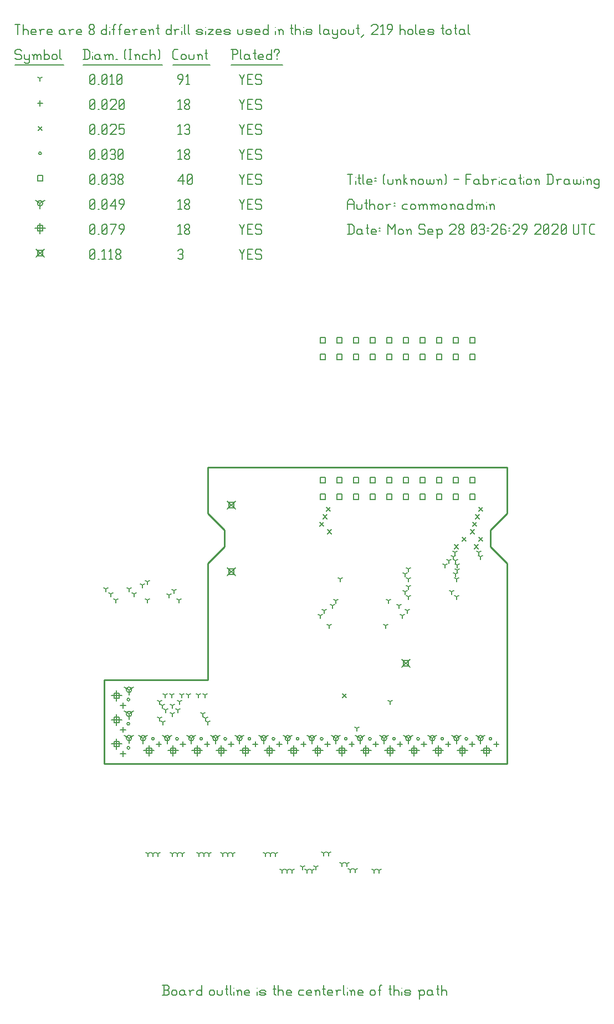
<source format=gbr>
G04 start of page 14 for group -3984 idx -3984 *
G04 Title: (unknown), fab *
G04 Creator: pcb 4.2.0 *
G04 CreationDate: Mon Sep 28 03:26:29 2020 UTC *
G04 For: commonadmin *
G04 Format: Gerber/RS-274X *
G04 PCB-Dimensions (mil): 3500.00 4250.00 *
G04 PCB-Coordinate-Origin: lower left *
%MOIN*%
%FSLAX25Y25*%
%LNFAB*%
%ADD133C,0.0100*%
%ADD132C,0.0075*%
%ADD131C,0.0060*%
%ADD130C,0.0080*%
G54D130*X232600Y192400D02*X237400Y187600D01*
X232600D02*X237400Y192400D01*
X233400Y191600D02*X236600D01*
X233400D02*Y188400D01*
X236600D01*
Y191600D02*Y188400D01*
X127600Y287400D02*X132400Y282600D01*
X127600D02*X132400Y287400D01*
X128400Y286600D02*X131600D01*
X128400D02*Y283400D01*
X131600D01*
Y286600D02*Y283400D01*
X127600Y247400D02*X132400Y242600D01*
X127600D02*X132400Y247400D01*
X128400Y246600D02*X131600D01*
X128400D02*Y243400D01*
X131600D01*
Y246600D02*Y243400D01*
X12600Y438650D02*X17400Y433850D01*
X12600D02*X17400Y438650D01*
X13400Y437850D02*X16600D01*
X13400D02*Y434650D01*
X16600D01*
Y437850D02*Y434650D01*
G54D131*X135000Y438500D02*X136500Y435500D01*
X138000Y438500D01*
X136500Y435500D02*Y432500D01*
X139800Y435800D02*X142050D01*
X139800Y432500D02*X142800D01*
X139800Y438500D02*Y432500D01*
Y438500D02*X142800D01*
X147600D02*X148350Y437750D01*
X145350Y438500D02*X147600D01*
X144600Y437750D02*X145350Y438500D01*
X144600Y437750D02*Y436250D01*
X145350Y435500D01*
X147600D01*
X148350Y434750D01*
Y433250D01*
X147600Y432500D02*X148350Y433250D01*
X145350Y432500D02*X147600D01*
X144600Y433250D02*X145350Y432500D01*
X98000Y437750D02*X98750Y438500D01*
X100250D01*
X101000Y437750D01*
X100250Y432500D02*X101000Y433250D01*
X98750Y432500D02*X100250D01*
X98000Y433250D02*X98750Y432500D01*
Y435800D02*X100250D01*
X101000Y437750D02*Y436550D01*
Y435050D02*Y433250D01*
Y435050D02*X100250Y435800D01*
X101000Y436550D02*X100250Y435800D01*
X45000Y433250D02*X45750Y432500D01*
X45000Y437750D02*Y433250D01*
Y437750D02*X45750Y438500D01*
X47250D01*
X48000Y437750D01*
Y433250D01*
X47250Y432500D02*X48000Y433250D01*
X45750Y432500D02*X47250D01*
X45000Y434000D02*X48000Y437000D01*
X49800Y432500D02*X50550D01*
X52350Y437300D02*X53550Y438500D01*
Y432500D01*
X52350D02*X54600D01*
X56400Y437300D02*X57600Y438500D01*
Y432500D01*
X56400D02*X58650D01*
X60450Y433250D02*X61200Y432500D01*
X60450Y434450D02*Y433250D01*
Y434450D02*X61500Y435500D01*
X62400D01*
X63450Y434450D01*
Y433250D01*
X62700Y432500D02*X63450Y433250D01*
X61200Y432500D02*X62700D01*
X60450Y436550D02*X61500Y435500D01*
X60450Y437750D02*Y436550D01*
Y437750D02*X61200Y438500D01*
X62700D01*
X63450Y437750D01*
Y436550D01*
X62400Y435500D02*X63450Y436550D01*
X225500Y140700D02*Y134300D01*
X222300Y137500D02*X228700D01*
X223900Y139100D02*X227100D01*
X223900D02*Y135900D01*
X227100D01*
Y139100D02*Y135900D01*
X240000Y140700D02*Y134300D01*
X236800Y137500D02*X243200D01*
X238400Y139100D02*X241600D01*
X238400D02*Y135900D01*
X241600D01*
Y139100D02*Y135900D01*
X80500Y140700D02*Y134300D01*
X77300Y137500D02*X83700D01*
X78900Y139100D02*X82100D01*
X78900D02*Y135900D01*
X82100D01*
Y139100D02*Y135900D01*
X95000Y140700D02*Y134300D01*
X91800Y137500D02*X98200D01*
X93400Y139100D02*X96600D01*
X93400D02*Y135900D01*
X96600D01*
Y139100D02*Y135900D01*
X109500Y140700D02*Y134300D01*
X106300Y137500D02*X112700D01*
X107900Y139100D02*X111100D01*
X107900D02*Y135900D01*
X111100D01*
Y139100D02*Y135900D01*
X124000Y140700D02*Y134300D01*
X120800Y137500D02*X127200D01*
X122400Y139100D02*X125600D01*
X122400D02*Y135900D01*
X125600D01*
Y139100D02*Y135900D01*
X138500Y140700D02*Y134300D01*
X135300Y137500D02*X141700D01*
X136900Y139100D02*X140100D01*
X136900D02*Y135900D01*
X140100D01*
Y139100D02*Y135900D01*
X153000Y140700D02*Y134300D01*
X149800Y137500D02*X156200D01*
X151400Y139100D02*X154600D01*
X151400D02*Y135900D01*
X154600D01*
Y139100D02*Y135900D01*
X167500Y140700D02*Y134300D01*
X164300Y137500D02*X170700D01*
X165900Y139100D02*X169100D01*
X165900D02*Y135900D01*
X169100D01*
Y139100D02*Y135900D01*
X182000Y140700D02*Y134300D01*
X178800Y137500D02*X185200D01*
X180400Y139100D02*X183600D01*
X180400D02*Y135900D01*
X183600D01*
Y139100D02*Y135900D01*
X196500Y140700D02*Y134300D01*
X193300Y137500D02*X199700D01*
X194900Y139100D02*X198100D01*
X194900D02*Y135900D01*
X198100D01*
Y139100D02*Y135900D01*
X211000Y140700D02*Y134300D01*
X207800Y137500D02*X214200D01*
X209400Y139100D02*X212600D01*
X209400D02*Y135900D01*
X212600D01*
Y139100D02*Y135900D01*
X254500Y140700D02*Y134300D01*
X251300Y137500D02*X257700D01*
X252900Y139100D02*X256100D01*
X252900D02*Y135900D01*
X256100D01*
Y139100D02*Y135900D01*
X269000Y140700D02*Y134300D01*
X265800Y137500D02*X272200D01*
X267400Y139100D02*X270600D01*
X267400D02*Y135900D01*
X270600D01*
Y139100D02*Y135900D01*
X283500Y140700D02*Y134300D01*
X280300Y137500D02*X286700D01*
X281900Y139100D02*X285100D01*
X281900D02*Y135900D01*
X285100D01*
Y139100D02*Y135900D01*
X61000Y144700D02*Y138300D01*
X57800Y141500D02*X64200D01*
X59400Y143100D02*X62600D01*
X59400D02*Y139900D01*
X62600D01*
Y143100D02*Y139900D01*
X61000Y173700D02*Y167300D01*
X57800Y170500D02*X64200D01*
X59400Y172100D02*X62600D01*
X59400D02*Y168900D01*
X62600D01*
Y172100D02*Y168900D01*
X61000Y159200D02*Y152800D01*
X57800Y156000D02*X64200D01*
X59400Y157600D02*X62600D01*
X59400D02*Y154400D01*
X62600D01*
Y157600D02*Y154400D01*
X15000Y454450D02*Y448050D01*
X11800Y451250D02*X18200D01*
X13400Y452850D02*X16600D01*
X13400D02*Y449650D01*
X16600D01*
Y452850D02*Y449650D01*
X135000Y453500D02*X136500Y450500D01*
X138000Y453500D01*
X136500Y450500D02*Y447500D01*
X139800Y450800D02*X142050D01*
X139800Y447500D02*X142800D01*
X139800Y453500D02*Y447500D01*
Y453500D02*X142800D01*
X147600D02*X148350Y452750D01*
X145350Y453500D02*X147600D01*
X144600Y452750D02*X145350Y453500D01*
X144600Y452750D02*Y451250D01*
X145350Y450500D01*
X147600D01*
X148350Y449750D01*
Y448250D01*
X147600Y447500D02*X148350Y448250D01*
X145350Y447500D02*X147600D01*
X144600Y448250D02*X145350Y447500D01*
X98000Y452300D02*X99200Y453500D01*
Y447500D01*
X98000D02*X100250D01*
X102050Y448250D02*X102800Y447500D01*
X102050Y449450D02*Y448250D01*
Y449450D02*X103100Y450500D01*
X104000D01*
X105050Y449450D01*
Y448250D01*
X104300Y447500D02*X105050Y448250D01*
X102800Y447500D02*X104300D01*
X102050Y451550D02*X103100Y450500D01*
X102050Y452750D02*Y451550D01*
Y452750D02*X102800Y453500D01*
X104300D01*
X105050Y452750D01*
Y451550D01*
X104000Y450500D02*X105050Y451550D01*
X45000Y448250D02*X45750Y447500D01*
X45000Y452750D02*Y448250D01*
Y452750D02*X45750Y453500D01*
X47250D01*
X48000Y452750D01*
Y448250D01*
X47250Y447500D02*X48000Y448250D01*
X45750Y447500D02*X47250D01*
X45000Y449000D02*X48000Y452000D01*
X49800Y447500D02*X50550D01*
X52350Y448250D02*X53100Y447500D01*
X52350Y452750D02*Y448250D01*
Y452750D02*X53100Y453500D01*
X54600D01*
X55350Y452750D01*
Y448250D01*
X54600Y447500D02*X55350Y448250D01*
X53100Y447500D02*X54600D01*
X52350Y449000D02*X55350Y452000D01*
X57900Y447500D02*X60900Y453500D01*
X57150D02*X60900D01*
X63450Y447500D02*X65700Y450500D01*
Y452750D02*Y450500D01*
X64950Y453500D02*X65700Y452750D01*
X63450Y453500D02*X64950D01*
X62700Y452750D02*X63450Y453500D01*
X62700Y452750D02*Y451250D01*
X63450Y450500D01*
X65700D01*
X221957Y144980D02*Y141780D01*
Y144980D02*X224730Y146580D01*
X221957Y144980D02*X219183Y146580D01*
X220357Y144980D02*G75*G03X223557Y144980I1600J0D01*G01*
G75*G03X220357Y144980I-1600J0D01*G01*
X236457D02*Y141780D01*
Y144980D02*X239230Y146580D01*
X236457Y144980D02*X233683Y146580D01*
X234857Y144980D02*G75*G03X238057Y144980I1600J0D01*G01*
G75*G03X234857Y144980I-1600J0D01*G01*
X76957D02*Y141780D01*
Y144980D02*X79730Y146580D01*
X76957Y144980D02*X74183Y146580D01*
X75357Y144980D02*G75*G03X78557Y144980I1600J0D01*G01*
G75*G03X75357Y144980I-1600J0D01*G01*
X91457D02*Y141780D01*
Y144980D02*X94230Y146580D01*
X91457Y144980D02*X88683Y146580D01*
X89857Y144980D02*G75*G03X93057Y144980I1600J0D01*G01*
G75*G03X89857Y144980I-1600J0D01*G01*
X105957D02*Y141780D01*
Y144980D02*X108730Y146580D01*
X105957Y144980D02*X103183Y146580D01*
X104357Y144980D02*G75*G03X107557Y144980I1600J0D01*G01*
G75*G03X104357Y144980I-1600J0D01*G01*
X120457D02*Y141780D01*
Y144980D02*X123230Y146580D01*
X120457Y144980D02*X117683Y146580D01*
X118857Y144980D02*G75*G03X122057Y144980I1600J0D01*G01*
G75*G03X118857Y144980I-1600J0D01*G01*
X134957D02*Y141780D01*
Y144980D02*X137730Y146580D01*
X134957Y144980D02*X132183Y146580D01*
X133357Y144980D02*G75*G03X136557Y144980I1600J0D01*G01*
G75*G03X133357Y144980I-1600J0D01*G01*
X149457D02*Y141780D01*
Y144980D02*X152230Y146580D01*
X149457Y144980D02*X146683Y146580D01*
X147857Y144980D02*G75*G03X151057Y144980I1600J0D01*G01*
G75*G03X147857Y144980I-1600J0D01*G01*
X163957D02*Y141780D01*
Y144980D02*X166730Y146580D01*
X163957Y144980D02*X161183Y146580D01*
X162357Y144980D02*G75*G03X165557Y144980I1600J0D01*G01*
G75*G03X162357Y144980I-1600J0D01*G01*
X178457D02*Y141780D01*
Y144980D02*X181230Y146580D01*
X178457Y144980D02*X175683Y146580D01*
X176857Y144980D02*G75*G03X180057Y144980I1600J0D01*G01*
G75*G03X176857Y144980I-1600J0D01*G01*
X192957D02*Y141780D01*
Y144980D02*X195730Y146580D01*
X192957Y144980D02*X190183Y146580D01*
X191357Y144980D02*G75*G03X194557Y144980I1600J0D01*G01*
G75*G03X191357Y144980I-1600J0D01*G01*
X207457D02*Y141780D01*
Y144980D02*X210230Y146580D01*
X207457Y144980D02*X204683Y146580D01*
X205857Y144980D02*G75*G03X209057Y144980I1600J0D01*G01*
G75*G03X205857Y144980I-1600J0D01*G01*
X250957D02*Y141780D01*
Y144980D02*X253730Y146580D01*
X250957Y144980D02*X248183Y146580D01*
X249357Y144980D02*G75*G03X252557Y144980I1600J0D01*G01*
G75*G03X249357Y144980I-1600J0D01*G01*
X265457D02*Y141780D01*
Y144980D02*X268230Y146580D01*
X265457Y144980D02*X262683Y146580D01*
X263857Y144980D02*G75*G03X267057Y144980I1600J0D01*G01*
G75*G03X263857Y144980I-1600J0D01*G01*
X279957D02*Y141780D01*
Y144980D02*X282730Y146580D01*
X279957Y144980D02*X277183Y146580D01*
X278357Y144980D02*G75*G03X281557Y144980I1600J0D01*G01*
G75*G03X278357Y144980I-1600J0D01*G01*
X68480Y145043D02*Y141843D01*
Y145043D02*X71254Y146643D01*
X68480Y145043D02*X65707Y146643D01*
X66880Y145043D02*G75*G03X70080Y145043I1600J0D01*G01*
G75*G03X66880Y145043I-1600J0D01*G01*
X68480Y174043D02*Y170843D01*
Y174043D02*X71254Y175643D01*
X68480Y174043D02*X65707Y175643D01*
X66880Y174043D02*G75*G03X70080Y174043I1600J0D01*G01*
G75*G03X66880Y174043I-1600J0D01*G01*
X68480Y159543D02*Y156343D01*
Y159543D02*X71254Y161143D01*
X68480Y159543D02*X65707Y161143D01*
X66880Y159543D02*G75*G03X70080Y159543I1600J0D01*G01*
G75*G03X66880Y159543I-1600J0D01*G01*
X15000Y466250D02*Y463050D01*
Y466250D02*X17773Y467850D01*
X15000Y466250D02*X12227Y467850D01*
X13400Y466250D02*G75*G03X16600Y466250I1600J0D01*G01*
G75*G03X13400Y466250I-1600J0D01*G01*
X135000Y468500D02*X136500Y465500D01*
X138000Y468500D01*
X136500Y465500D02*Y462500D01*
X139800Y465800D02*X142050D01*
X139800Y462500D02*X142800D01*
X139800Y468500D02*Y462500D01*
Y468500D02*X142800D01*
X147600D02*X148350Y467750D01*
X145350Y468500D02*X147600D01*
X144600Y467750D02*X145350Y468500D01*
X144600Y467750D02*Y466250D01*
X145350Y465500D01*
X147600D01*
X148350Y464750D01*
Y463250D01*
X147600Y462500D02*X148350Y463250D01*
X145350Y462500D02*X147600D01*
X144600Y463250D02*X145350Y462500D01*
X98000Y467300D02*X99200Y468500D01*
Y462500D01*
X98000D02*X100250D01*
X102050Y463250D02*X102800Y462500D01*
X102050Y464450D02*Y463250D01*
Y464450D02*X103100Y465500D01*
X104000D01*
X105050Y464450D01*
Y463250D01*
X104300Y462500D02*X105050Y463250D01*
X102800Y462500D02*X104300D01*
X102050Y466550D02*X103100Y465500D01*
X102050Y467750D02*Y466550D01*
Y467750D02*X102800Y468500D01*
X104300D01*
X105050Y467750D01*
Y466550D01*
X104000Y465500D02*X105050Y466550D01*
X45000Y463250D02*X45750Y462500D01*
X45000Y467750D02*Y463250D01*
Y467750D02*X45750Y468500D01*
X47250D01*
X48000Y467750D01*
Y463250D01*
X47250Y462500D02*X48000Y463250D01*
X45750Y462500D02*X47250D01*
X45000Y464000D02*X48000Y467000D01*
X49800Y462500D02*X50550D01*
X52350Y463250D02*X53100Y462500D01*
X52350Y467750D02*Y463250D01*
Y467750D02*X53100Y468500D01*
X54600D01*
X55350Y467750D01*
Y463250D01*
X54600Y462500D02*X55350Y463250D01*
X53100Y462500D02*X54600D01*
X52350Y464000D02*X55350Y467000D01*
X57150Y464750D02*X60150Y468500D01*
X57150Y464750D02*X60900D01*
X60150Y468500D02*Y462500D01*
X63450D02*X65700Y465500D01*
Y467750D02*Y465500D01*
X64950Y468500D02*X65700Y467750D01*
X63450Y468500D02*X64950D01*
X62700Y467750D02*X63450Y468500D01*
X62700Y467750D02*Y466250D01*
X63450Y465500D01*
X65700D01*
X273400Y301600D02*X276600D01*
X273400D02*Y298400D01*
X276600D01*
Y301600D02*Y298400D01*
X273400Y291600D02*X276600D01*
X273400D02*Y288400D01*
X276600D01*
Y291600D02*Y288400D01*
X263400Y301600D02*X266600D01*
X263400D02*Y298400D01*
X266600D01*
Y301600D02*Y298400D01*
X263400Y291600D02*X266600D01*
X263400D02*Y288400D01*
X266600D01*
Y291600D02*Y288400D01*
X253400Y301600D02*X256600D01*
X253400D02*Y298400D01*
X256600D01*
Y301600D02*Y298400D01*
X253400Y291600D02*X256600D01*
X253400D02*Y288400D01*
X256600D01*
Y291600D02*Y288400D01*
X243400Y301600D02*X246600D01*
X243400D02*Y298400D01*
X246600D01*
Y301600D02*Y298400D01*
X243400Y291600D02*X246600D01*
X243400D02*Y288400D01*
X246600D01*
Y291600D02*Y288400D01*
X233400Y301600D02*X236600D01*
X233400D02*Y298400D01*
X236600D01*
Y301600D02*Y298400D01*
X233400Y291600D02*X236600D01*
X233400D02*Y288400D01*
X236600D01*
Y291600D02*Y288400D01*
X223400Y301600D02*X226600D01*
X223400D02*Y298400D01*
X226600D01*
Y301600D02*Y298400D01*
X223400Y291600D02*X226600D01*
X223400D02*Y288400D01*
X226600D01*
Y291600D02*Y288400D01*
X213400Y301600D02*X216600D01*
X213400D02*Y298400D01*
X216600D01*
Y301600D02*Y298400D01*
X213400Y291600D02*X216600D01*
X213400D02*Y288400D01*
X216600D01*
Y291600D02*Y288400D01*
X203400Y301600D02*X206600D01*
X203400D02*Y298400D01*
X206600D01*
Y301600D02*Y298400D01*
X203400Y291600D02*X206600D01*
X203400D02*Y288400D01*
X206600D01*
Y291600D02*Y288400D01*
X193400Y301600D02*X196600D01*
X193400D02*Y298400D01*
X196600D01*
Y301600D02*Y298400D01*
X193400Y291600D02*X196600D01*
X193400D02*Y288400D01*
X196600D01*
Y291600D02*Y288400D01*
X183400Y301600D02*X186600D01*
X183400D02*Y298400D01*
X186600D01*
Y301600D02*Y298400D01*
X183400Y291600D02*X186600D01*
X183400D02*Y288400D01*
X186600D01*
Y291600D02*Y288400D01*
X273400Y385600D02*X276600D01*
X273400D02*Y382400D01*
X276600D01*
Y385600D02*Y382400D01*
X273400Y375600D02*X276600D01*
X273400D02*Y372400D01*
X276600D01*
Y375600D02*Y372400D01*
X263400Y385600D02*X266600D01*
X263400D02*Y382400D01*
X266600D01*
Y385600D02*Y382400D01*
X263400Y375600D02*X266600D01*
X263400D02*Y372400D01*
X266600D01*
Y375600D02*Y372400D01*
X253400Y385600D02*X256600D01*
X253400D02*Y382400D01*
X256600D01*
Y385600D02*Y382400D01*
X253400Y375600D02*X256600D01*
X253400D02*Y372400D01*
X256600D01*
Y375600D02*Y372400D01*
X243400Y385600D02*X246600D01*
X243400D02*Y382400D01*
X246600D01*
Y385600D02*Y382400D01*
X243400Y375600D02*X246600D01*
X243400D02*Y372400D01*
X246600D01*
Y375600D02*Y372400D01*
X233400Y385600D02*X236600D01*
X233400D02*Y382400D01*
X236600D01*
Y385600D02*Y382400D01*
X233400Y375600D02*X236600D01*
X233400D02*Y372400D01*
X236600D01*
Y375600D02*Y372400D01*
X223400Y385600D02*X226600D01*
X223400D02*Y382400D01*
X226600D01*
Y385600D02*Y382400D01*
X223400Y375600D02*X226600D01*
X223400D02*Y372400D01*
X226600D01*
Y375600D02*Y372400D01*
X213400Y385600D02*X216600D01*
X213400D02*Y382400D01*
X216600D01*
Y385600D02*Y382400D01*
X213400Y375600D02*X216600D01*
X213400D02*Y372400D01*
X216600D01*
Y375600D02*Y372400D01*
X203400Y385600D02*X206600D01*
X203400D02*Y382400D01*
X206600D01*
Y385600D02*Y382400D01*
X203400Y375600D02*X206600D01*
X203400D02*Y372400D01*
X206600D01*
Y375600D02*Y372400D01*
X193400Y385600D02*X196600D01*
X193400D02*Y382400D01*
X196600D01*
Y385600D02*Y382400D01*
X193400Y375600D02*X196600D01*
X193400D02*Y372400D01*
X196600D01*
Y375600D02*Y372400D01*
X183400Y385600D02*X186600D01*
X183400D02*Y382400D01*
X186600D01*
Y385600D02*Y382400D01*
X183400Y375600D02*X186600D01*
X183400D02*Y372400D01*
X186600D01*
Y375600D02*Y372400D01*
X13400Y482850D02*X16600D01*
X13400D02*Y479650D01*
X16600D01*
Y482850D02*Y479650D01*
X135000Y483500D02*X136500Y480500D01*
X138000Y483500D01*
X136500Y480500D02*Y477500D01*
X139800Y480800D02*X142050D01*
X139800Y477500D02*X142800D01*
X139800Y483500D02*Y477500D01*
Y483500D02*X142800D01*
X147600D02*X148350Y482750D01*
X145350Y483500D02*X147600D01*
X144600Y482750D02*X145350Y483500D01*
X144600Y482750D02*Y481250D01*
X145350Y480500D01*
X147600D01*
X148350Y479750D01*
Y478250D01*
X147600Y477500D02*X148350Y478250D01*
X145350Y477500D02*X147600D01*
X144600Y478250D02*X145350Y477500D01*
X98000Y479750D02*X101000Y483500D01*
X98000Y479750D02*X101750D01*
X101000Y483500D02*Y477500D01*
X103550Y478250D02*X104300Y477500D01*
X103550Y482750D02*Y478250D01*
Y482750D02*X104300Y483500D01*
X105800D01*
X106550Y482750D01*
Y478250D01*
X105800Y477500D02*X106550Y478250D01*
X104300Y477500D02*X105800D01*
X103550Y479000D02*X106550Y482000D01*
X45000Y478250D02*X45750Y477500D01*
X45000Y482750D02*Y478250D01*
Y482750D02*X45750Y483500D01*
X47250D01*
X48000Y482750D01*
Y478250D01*
X47250Y477500D02*X48000Y478250D01*
X45750Y477500D02*X47250D01*
X45000Y479000D02*X48000Y482000D01*
X49800Y477500D02*X50550D01*
X52350Y478250D02*X53100Y477500D01*
X52350Y482750D02*Y478250D01*
Y482750D02*X53100Y483500D01*
X54600D01*
X55350Y482750D01*
Y478250D01*
X54600Y477500D02*X55350Y478250D01*
X53100Y477500D02*X54600D01*
X52350Y479000D02*X55350Y482000D01*
X57150Y482750D02*X57900Y483500D01*
X59400D01*
X60150Y482750D01*
X59400Y477500D02*X60150Y478250D01*
X57900Y477500D02*X59400D01*
X57150Y478250D02*X57900Y477500D01*
Y480800D02*X59400D01*
X60150Y482750D02*Y481550D01*
Y480050D02*Y478250D01*
Y480050D02*X59400Y480800D01*
X60150Y481550D02*X59400Y480800D01*
X61950Y478250D02*X62700Y477500D01*
X61950Y479450D02*Y478250D01*
Y479450D02*X63000Y480500D01*
X63900D01*
X64950Y479450D01*
Y478250D01*
X64200Y477500D02*X64950Y478250D01*
X62700Y477500D02*X64200D01*
X61950Y481550D02*X63000Y480500D01*
X61950Y482750D02*Y481550D01*
Y482750D02*X62700Y483500D01*
X64200D01*
X64950Y482750D01*
Y481550D01*
X63900Y480500D02*X64950Y481550D01*
X227062Y144587D02*G75*G03X228662Y144587I800J0D01*G01*
G75*G03X227062Y144587I-800J0D01*G01*
X241562D02*G75*G03X243162Y144587I800J0D01*G01*
G75*G03X241562Y144587I-800J0D01*G01*
X82062D02*G75*G03X83662Y144587I800J0D01*G01*
G75*G03X82062Y144587I-800J0D01*G01*
X96562D02*G75*G03X98162Y144587I800J0D01*G01*
G75*G03X96562Y144587I-800J0D01*G01*
X111062D02*G75*G03X112662Y144587I800J0D01*G01*
G75*G03X111062Y144587I-800J0D01*G01*
X125562D02*G75*G03X127162Y144587I800J0D01*G01*
G75*G03X125562Y144587I-800J0D01*G01*
X140062D02*G75*G03X141662Y144587I800J0D01*G01*
G75*G03X140062Y144587I-800J0D01*G01*
X154562D02*G75*G03X156162Y144587I800J0D01*G01*
G75*G03X154562Y144587I-800J0D01*G01*
X169062D02*G75*G03X170662Y144587I800J0D01*G01*
G75*G03X169062Y144587I-800J0D01*G01*
X183562D02*G75*G03X185162Y144587I800J0D01*G01*
G75*G03X183562Y144587I-800J0D01*G01*
X198062D02*G75*G03X199662Y144587I800J0D01*G01*
G75*G03X198062Y144587I-800J0D01*G01*
X212562D02*G75*G03X214162Y144587I800J0D01*G01*
G75*G03X212562Y144587I-800J0D01*G01*
X256062D02*G75*G03X257662Y144587I800J0D01*G01*
G75*G03X256062Y144587I-800J0D01*G01*
X270562D02*G75*G03X272162Y144587I800J0D01*G01*
G75*G03X270562Y144587I-800J0D01*G01*
X285062D02*G75*G03X286662Y144587I800J0D01*G01*
G75*G03X285062Y144587I-800J0D01*G01*
X67287Y139138D02*G75*G03X68887Y139138I800J0D01*G01*
G75*G03X67287Y139138I-800J0D01*G01*
Y168138D02*G75*G03X68887Y168138I800J0D01*G01*
G75*G03X67287Y168138I-800J0D01*G01*
Y153638D02*G75*G03X68887Y153638I800J0D01*G01*
G75*G03X67287Y153638I-800J0D01*G01*
X14200Y496250D02*G75*G03X15800Y496250I800J0D01*G01*
G75*G03X14200Y496250I-800J0D01*G01*
X135000Y498500D02*X136500Y495500D01*
X138000Y498500D01*
X136500Y495500D02*Y492500D01*
X139800Y495800D02*X142050D01*
X139800Y492500D02*X142800D01*
X139800Y498500D02*Y492500D01*
Y498500D02*X142800D01*
X147600D02*X148350Y497750D01*
X145350Y498500D02*X147600D01*
X144600Y497750D02*X145350Y498500D01*
X144600Y497750D02*Y496250D01*
X145350Y495500D01*
X147600D01*
X148350Y494750D01*
Y493250D01*
X147600Y492500D02*X148350Y493250D01*
X145350Y492500D02*X147600D01*
X144600Y493250D02*X145350Y492500D01*
X98000Y497300D02*X99200Y498500D01*
Y492500D01*
X98000D02*X100250D01*
X102050Y493250D02*X102800Y492500D01*
X102050Y494450D02*Y493250D01*
Y494450D02*X103100Y495500D01*
X104000D01*
X105050Y494450D01*
Y493250D01*
X104300Y492500D02*X105050Y493250D01*
X102800Y492500D02*X104300D01*
X102050Y496550D02*X103100Y495500D01*
X102050Y497750D02*Y496550D01*
Y497750D02*X102800Y498500D01*
X104300D01*
X105050Y497750D01*
Y496550D01*
X104000Y495500D02*X105050Y496550D01*
X45000Y493250D02*X45750Y492500D01*
X45000Y497750D02*Y493250D01*
Y497750D02*X45750Y498500D01*
X47250D01*
X48000Y497750D01*
Y493250D01*
X47250Y492500D02*X48000Y493250D01*
X45750Y492500D02*X47250D01*
X45000Y494000D02*X48000Y497000D01*
X49800Y492500D02*X50550D01*
X52350Y493250D02*X53100Y492500D01*
X52350Y497750D02*Y493250D01*
Y497750D02*X53100Y498500D01*
X54600D01*
X55350Y497750D01*
Y493250D01*
X54600Y492500D02*X55350Y493250D01*
X53100Y492500D02*X54600D01*
X52350Y494000D02*X55350Y497000D01*
X57150Y497750D02*X57900Y498500D01*
X59400D01*
X60150Y497750D01*
X59400Y492500D02*X60150Y493250D01*
X57900Y492500D02*X59400D01*
X57150Y493250D02*X57900Y492500D01*
Y495800D02*X59400D01*
X60150Y497750D02*Y496550D01*
Y495050D02*Y493250D01*
Y495050D02*X59400Y495800D01*
X60150Y496550D02*X59400Y495800D01*
X61950Y493250D02*X62700Y492500D01*
X61950Y497750D02*Y493250D01*
Y497750D02*X62700Y498500D01*
X64200D01*
X64950Y497750D01*
Y493250D01*
X64200Y492500D02*X64950Y493250D01*
X62700Y492500D02*X64200D01*
X61950Y494000D02*X64950Y497000D01*
X273800Y270200D02*X276200Y267800D01*
X273800D02*X276200Y270200D01*
X275300Y274700D02*X277700Y272300D01*
X275300D02*X277700Y274700D01*
X276800Y279200D02*X279200Y276800D01*
X276800D02*X279200Y279200D01*
X278800Y283700D02*X281200Y281300D01*
X278800D02*X281200Y283700D01*
X276300Y261200D02*X278700Y258800D01*
X276300D02*X278700Y261200D01*
X278800Y265700D02*X281200Y263300D01*
X278800D02*X281200Y265700D01*
X268800D02*X271200Y263300D01*
X268800D02*X271200Y265700D01*
X264300Y261200D02*X266700Y258800D01*
X264300D02*X266700Y261200D01*
X187300Y283700D02*X189700Y281300D01*
X187300D02*X189700Y283700D01*
X196800Y171700D02*X199200Y169300D01*
X196800D02*X199200Y171700D01*
X185300Y279200D02*X187700Y276800D01*
X185300D02*X187700Y279200D01*
X187800Y270200D02*X190200Y267800D01*
X187800D02*X190200Y270200D01*
X183300Y274700D02*X185700Y272300D01*
X183300D02*X185700Y274700D01*
X13800Y512450D02*X16200Y510050D01*
X13800D02*X16200Y512450D01*
X135000Y513500D02*X136500Y510500D01*
X138000Y513500D01*
X136500Y510500D02*Y507500D01*
X139800Y510800D02*X142050D01*
X139800Y507500D02*X142800D01*
X139800Y513500D02*Y507500D01*
Y513500D02*X142800D01*
X147600D02*X148350Y512750D01*
X145350Y513500D02*X147600D01*
X144600Y512750D02*X145350Y513500D01*
X144600Y512750D02*Y511250D01*
X145350Y510500D01*
X147600D01*
X148350Y509750D01*
Y508250D01*
X147600Y507500D02*X148350Y508250D01*
X145350Y507500D02*X147600D01*
X144600Y508250D02*X145350Y507500D01*
X98000Y512300D02*X99200Y513500D01*
Y507500D01*
X98000D02*X100250D01*
X102050Y512750D02*X102800Y513500D01*
X104300D01*
X105050Y512750D01*
X104300Y507500D02*X105050Y508250D01*
X102800Y507500D02*X104300D01*
X102050Y508250D02*X102800Y507500D01*
Y510800D02*X104300D01*
X105050Y512750D02*Y511550D01*
Y510050D02*Y508250D01*
Y510050D02*X104300Y510800D01*
X105050Y511550D02*X104300Y510800D01*
X45000Y508250D02*X45750Y507500D01*
X45000Y512750D02*Y508250D01*
Y512750D02*X45750Y513500D01*
X47250D01*
X48000Y512750D01*
Y508250D01*
X47250Y507500D02*X48000Y508250D01*
X45750Y507500D02*X47250D01*
X45000Y509000D02*X48000Y512000D01*
X49800Y507500D02*X50550D01*
X52350Y508250D02*X53100Y507500D01*
X52350Y512750D02*Y508250D01*
Y512750D02*X53100Y513500D01*
X54600D01*
X55350Y512750D01*
Y508250D01*
X54600Y507500D02*X55350Y508250D01*
X53100Y507500D02*X54600D01*
X52350Y509000D02*X55350Y512000D01*
X57150Y512750D02*X57900Y513500D01*
X60150D01*
X60900Y512750D01*
Y511250D01*
X57150Y507500D02*X60900Y511250D01*
X57150Y507500D02*X60900D01*
X62700Y513500D02*X65700D01*
X62700D02*Y510500D01*
X63450Y511250D01*
X64950D01*
X65700Y510500D01*
Y508250D01*
X64950Y507500D02*X65700Y508250D01*
X63450Y507500D02*X64950D01*
X62700Y508250D02*X63450Y507500D01*
X231406Y143037D02*Y139837D01*
X229806Y141437D02*X233006D01*
X245906Y143037D02*Y139837D01*
X244306Y141437D02*X247506D01*
X86406Y143037D02*Y139837D01*
X84806Y141437D02*X88006D01*
X100906Y143037D02*Y139837D01*
X99306Y141437D02*X102506D01*
X115406Y143037D02*Y139837D01*
X113806Y141437D02*X117006D01*
X129906Y143037D02*Y139837D01*
X128306Y141437D02*X131506D01*
X144406Y143037D02*Y139837D01*
X142806Y141437D02*X146006D01*
X158906Y143037D02*Y139837D01*
X157306Y141437D02*X160506D01*
X173406Y143037D02*Y139837D01*
X171806Y141437D02*X175006D01*
X187906Y143037D02*Y139837D01*
X186306Y141437D02*X189506D01*
X202406Y143037D02*Y139837D01*
X200806Y141437D02*X204006D01*
X216906Y143037D02*Y139837D01*
X215306Y141437D02*X218506D01*
X260406Y143037D02*Y139837D01*
X258806Y141437D02*X262006D01*
X274906Y143037D02*Y139837D01*
X273306Y141437D02*X276506D01*
X289406Y143037D02*Y139837D01*
X287806Y141437D02*X291006D01*
X64937Y137194D02*Y133994D01*
X63337Y135594D02*X66537D01*
X64937Y166194D02*Y162994D01*
X63337Y164594D02*X66537D01*
X64937Y151694D02*Y148494D01*
X63337Y150094D02*X66537D01*
X15000Y527850D02*Y524650D01*
X13400Y526250D02*X16600D01*
X135000Y528500D02*X136500Y525500D01*
X138000Y528500D01*
X136500Y525500D02*Y522500D01*
X139800Y525800D02*X142050D01*
X139800Y522500D02*X142800D01*
X139800Y528500D02*Y522500D01*
Y528500D02*X142800D01*
X147600D02*X148350Y527750D01*
X145350Y528500D02*X147600D01*
X144600Y527750D02*X145350Y528500D01*
X144600Y527750D02*Y526250D01*
X145350Y525500D01*
X147600D01*
X148350Y524750D01*
Y523250D01*
X147600Y522500D02*X148350Y523250D01*
X145350Y522500D02*X147600D01*
X144600Y523250D02*X145350Y522500D01*
X98000Y527300D02*X99200Y528500D01*
Y522500D01*
X98000D02*X100250D01*
X102050Y523250D02*X102800Y522500D01*
X102050Y524450D02*Y523250D01*
Y524450D02*X103100Y525500D01*
X104000D01*
X105050Y524450D01*
Y523250D01*
X104300Y522500D02*X105050Y523250D01*
X102800Y522500D02*X104300D01*
X102050Y526550D02*X103100Y525500D01*
X102050Y527750D02*Y526550D01*
Y527750D02*X102800Y528500D01*
X104300D01*
X105050Y527750D01*
Y526550D01*
X104000Y525500D02*X105050Y526550D01*
X45000Y523250D02*X45750Y522500D01*
X45000Y527750D02*Y523250D01*
Y527750D02*X45750Y528500D01*
X47250D01*
X48000Y527750D01*
Y523250D01*
X47250Y522500D02*X48000Y523250D01*
X45750Y522500D02*X47250D01*
X45000Y524000D02*X48000Y527000D01*
X49800Y522500D02*X50550D01*
X52350Y523250D02*X53100Y522500D01*
X52350Y527750D02*Y523250D01*
Y527750D02*X53100Y528500D01*
X54600D01*
X55350Y527750D01*
Y523250D01*
X54600Y522500D02*X55350Y523250D01*
X53100Y522500D02*X54600D01*
X52350Y524000D02*X55350Y527000D01*
X57150Y527750D02*X57900Y528500D01*
X60150D01*
X60900Y527750D01*
Y526250D01*
X57150Y522500D02*X60900Y526250D01*
X57150Y522500D02*X60900D01*
X62700Y523250D02*X63450Y522500D01*
X62700Y527750D02*Y523250D01*
Y527750D02*X63450Y528500D01*
X64950D01*
X65700Y527750D01*
Y523250D01*
X64950Y522500D02*X65700Y523250D01*
X63450Y522500D02*X64950D01*
X62700Y524000D02*X65700Y527000D01*
X201499Y66000D02*Y64400D01*
Y66000D02*X202886Y66800D01*
X201499Y66000D02*X200113Y66800D01*
X204500Y66000D02*Y64400D01*
Y66000D02*X205887Y66800D01*
X204500Y66000D02*X203113Y66800D01*
X196500Y69500D02*Y67900D01*
Y69500D02*X197887Y70300D01*
X196500Y69500D02*X195113Y70300D01*
X199500Y69500D02*Y67900D01*
Y69500D02*X200887Y70300D01*
X199500Y69500D02*X198113Y70300D01*
X185500Y76000D02*Y74400D01*
Y76000D02*X186887Y76800D01*
X185500Y76000D02*X184113Y76800D01*
X188500Y76000D02*Y74400D01*
Y76000D02*X189887Y76800D01*
X188500Y76000D02*X187113Y76800D01*
X173000Y67500D02*Y65900D01*
Y67500D02*X174387Y68300D01*
X173000Y67500D02*X171613Y68300D01*
X175500Y65500D02*Y63900D01*
Y65500D02*X176887Y66300D01*
X175500Y65500D02*X174113Y66300D01*
X178500Y65500D02*Y63900D01*
Y65500D02*X179887Y66300D01*
X178500Y65500D02*X177113Y66300D01*
X181000Y67500D02*Y65900D01*
Y67500D02*X182387Y68300D01*
X181000Y67500D02*X179613Y68300D01*
X216000Y65500D02*Y63900D01*
Y65500D02*X217387Y66300D01*
X216000Y65500D02*X214613Y66300D01*
X219000Y65500D02*Y63900D01*
Y65500D02*X220387Y66300D01*
X219000Y65500D02*X217613Y66300D01*
X160500Y65500D02*Y63900D01*
Y65500D02*X161887Y66300D01*
X160500Y65500D02*X159113Y66300D01*
X163500Y65500D02*Y63900D01*
Y65500D02*X164887Y66300D01*
X163500Y65500D02*X162113Y66300D01*
X166500Y65500D02*Y63900D01*
Y65500D02*X167887Y66300D01*
X166500Y65500D02*X165113Y66300D01*
X150500Y75500D02*Y73900D01*
Y75500D02*X151887Y76300D01*
X150500Y75500D02*X149113Y76300D01*
X153500Y75500D02*Y73900D01*
Y75500D02*X154887Y76300D01*
X153500Y75500D02*X152113Y76300D01*
X156500Y75500D02*Y73900D01*
Y75500D02*X157887Y76300D01*
X156500Y75500D02*X155113Y76300D01*
X86000Y75500D02*Y73900D01*
Y75500D02*X87387Y76300D01*
X86000Y75500D02*X84613Y76300D01*
X83000Y75500D02*Y73900D01*
Y75500D02*X84387Y76300D01*
X83000Y75500D02*X81613Y76300D01*
X80000Y75500D02*Y73900D01*
Y75500D02*X81387Y76300D01*
X80000Y75500D02*X78613Y76300D01*
X100500Y75500D02*Y73900D01*
Y75500D02*X101887Y76300D01*
X100500Y75500D02*X99113Y76300D01*
X97500Y75500D02*Y73900D01*
Y75500D02*X98887Y76300D01*
X97500Y75500D02*X96113Y76300D01*
X94500Y75500D02*Y73900D01*
Y75500D02*X95887Y76300D01*
X94500Y75500D02*X93113Y76300D01*
X116500Y75500D02*Y73900D01*
Y75500D02*X117887Y76300D01*
X116500Y75500D02*X115113Y76300D01*
X113500Y75500D02*Y73900D01*
Y75500D02*X114887Y76300D01*
X113500Y75500D02*X112113Y76300D01*
X110500Y75500D02*Y73900D01*
Y75500D02*X111887Y76300D01*
X110500Y75500D02*X109113Y76300D01*
X131000Y75500D02*Y73900D01*
Y75500D02*X132387Y76300D01*
X131000Y75500D02*X129613Y76300D01*
X128000Y75500D02*Y73900D01*
Y75500D02*X129387Y76300D01*
X128000Y75500D02*X126613Y76300D01*
X125000Y75500D02*Y73900D01*
Y75500D02*X126387Y76300D01*
X125000Y75500D02*X123613Y76300D01*
X223000Y212500D02*Y210900D01*
Y212500D02*X224387Y213300D01*
X223000Y212500D02*X221613Y213300D01*
X280000Y254000D02*Y252400D01*
Y254000D02*X281387Y254800D01*
X280000Y254000D02*X278613Y254800D01*
X279000Y256500D02*Y254900D01*
Y256500D02*X280387Y257300D01*
X279000Y256500D02*X277613Y257300D01*
X265500Y230000D02*Y228400D01*
Y230000D02*X266887Y230800D01*
X265500Y230000D02*X264113Y230800D01*
X265500Y240500D02*Y238900D01*
Y240500D02*X266887Y241300D01*
X265500Y240500D02*X264113Y241300D01*
X262500Y233000D02*Y231400D01*
Y233000D02*X263887Y233800D01*
X262500Y233000D02*X261113Y233800D01*
X266000Y249000D02*Y247400D01*
Y249000D02*X267387Y249800D01*
X266000Y249000D02*X264613Y249800D01*
X265000Y251500D02*Y249900D01*
Y251500D02*X266387Y252300D01*
X265000Y251500D02*X263613Y252300D01*
X263500Y254000D02*Y252400D01*
Y254000D02*X264887Y254800D01*
X263500Y254000D02*X262113Y254800D01*
X261000Y251500D02*Y249900D01*
Y251500D02*X262387Y252300D01*
X261000Y251500D02*X259613Y252300D01*
X258500Y249000D02*Y247400D01*
Y249000D02*X259887Y249800D01*
X258500Y249000D02*X257113Y249800D01*
X236000Y221500D02*Y219900D01*
Y221500D02*X237387Y222300D01*
X236000Y221500D02*X234613Y222300D01*
X233000Y218500D02*Y216900D01*
Y218500D02*X234387Y219300D01*
X233000Y218500D02*X231613Y219300D01*
X236500Y246500D02*Y244900D01*
Y246500D02*X237887Y247300D01*
X236500Y246500D02*X235113Y247300D01*
X236500Y240500D02*Y238900D01*
Y240500D02*X237887Y241300D01*
X236500Y240500D02*X235113Y241300D01*
X234500Y243500D02*Y241900D01*
Y243500D02*X235887Y244300D01*
X234500Y243500D02*X233113Y244300D01*
X236500Y236000D02*Y234400D01*
Y236000D02*X237887Y236800D01*
X236500Y236000D02*X235113Y236800D01*
X236500Y230000D02*Y228400D01*
Y230000D02*X237887Y230800D01*
X236500Y230000D02*X235113Y230800D01*
X234500Y233000D02*Y231400D01*
Y233000D02*X235887Y233800D01*
X234500Y233000D02*X233113Y233800D01*
X231000Y224500D02*Y222900D01*
Y224500D02*X232387Y225300D01*
X231000Y224500D02*X229613Y225300D01*
X224500Y227500D02*Y225900D01*
Y227500D02*X225887Y228300D01*
X224500Y227500D02*X223113Y228300D01*
X265000Y243500D02*Y241900D01*
Y243500D02*X266387Y244300D01*
X265000Y243500D02*X263613Y244300D01*
X266000Y246000D02*Y244400D01*
Y246000D02*X267387Y246800D01*
X266000Y246000D02*X264613Y246800D01*
X205500Y151000D02*Y149400D01*
Y151000D02*X206887Y151800D01*
X205500Y151000D02*X204113Y151800D01*
X195500Y240500D02*Y238900D01*
Y240500D02*X196887Y241300D01*
X195500Y240500D02*X194113Y241300D01*
X193000Y227500D02*Y225900D01*
Y227500D02*X194387Y228300D01*
X193000Y227500D02*X191613Y228300D01*
X191000Y224500D02*Y222900D01*
Y224500D02*X192387Y225300D01*
X191000Y224500D02*X189613Y225300D01*
X189000Y212500D02*Y210900D01*
Y212500D02*X190387Y213300D01*
X189000Y212500D02*X187613Y213300D01*
X186000Y221500D02*Y219900D01*
Y221500D02*X187387Y222300D01*
X186000Y221500D02*X184613Y222300D01*
X183500Y218500D02*Y216900D01*
Y218500D02*X184887Y219300D01*
X183500Y218500D02*X182113Y219300D01*
X116000Y154500D02*Y152900D01*
Y154500D02*X117387Y155300D01*
X116000Y154500D02*X114613Y155300D01*
X114500Y157000D02*Y155400D01*
Y157000D02*X115887Y157800D01*
X114500Y157000D02*X113113Y157800D01*
X113000Y159500D02*Y157900D01*
Y159500D02*X114387Y160300D01*
X113000Y159500D02*X111613Y160300D01*
X90500Y162000D02*Y160400D01*
Y162000D02*X91887Y162800D01*
X90500Y162000D02*X89113Y162800D01*
X88500Y164500D02*Y162900D01*
Y164500D02*X89887Y165300D01*
X88500Y164500D02*X87113Y165300D01*
X87000Y167000D02*Y165400D01*
Y167000D02*X88387Y167800D01*
X87000Y167000D02*X85613Y167800D01*
X90200Y171000D02*Y169400D01*
Y171000D02*X91587Y171800D01*
X90200Y171000D02*X88813Y171800D01*
X94200Y171000D02*Y169400D01*
Y171000D02*X95587Y171800D01*
X94200Y171000D02*X92813Y171800D01*
X100200Y171000D02*Y169400D01*
Y171000D02*X101587Y171800D01*
X100200Y171000D02*X98813Y171800D01*
X104200Y171000D02*Y169400D01*
Y171000D02*X105587Y171800D01*
X104200Y171000D02*X102813Y171800D01*
X110200Y171000D02*Y169400D01*
Y171000D02*X111587Y171800D01*
X110200Y171000D02*X108813Y171800D01*
X114200Y171000D02*Y169400D01*
Y171000D02*X115587Y171800D01*
X114200Y171000D02*X112813Y171800D01*
X87000Y157000D02*Y155400D01*
Y157000D02*X88387Y157800D01*
X87000Y157000D02*X85613Y157800D01*
X94500Y164500D02*Y162900D01*
Y164500D02*X95887Y165300D01*
X94500Y164500D02*X93113Y165300D01*
X94500Y159500D02*Y157900D01*
Y159500D02*X95887Y160300D01*
X94500Y159500D02*X93113Y160300D01*
X99000Y167000D02*Y165400D01*
Y167000D02*X100387Y167800D01*
X99000Y167000D02*X97613Y167800D01*
X264500Y256500D02*Y254900D01*
Y256500D02*X265887Y257300D01*
X264500Y256500D02*X263113Y257300D01*
X98000Y162000D02*Y160400D01*
Y162000D02*X99387Y162800D01*
X98000Y162000D02*X96613Y162800D01*
X89000Y154500D02*Y152900D01*
Y154500D02*X90387Y155300D01*
X89000Y154500D02*X87613Y155300D01*
X225500Y167000D02*Y165400D01*
Y167000D02*X226887Y167800D01*
X225500Y167000D02*X224113Y167800D01*
X79500Y239000D02*Y237400D01*
Y239000D02*X80887Y239800D01*
X79500Y239000D02*X78113Y239800D01*
X76500Y237000D02*Y235400D01*
Y237000D02*X77887Y237800D01*
X76500Y237000D02*X75113Y237800D01*
X95500Y233500D02*Y231900D01*
Y233500D02*X96887Y234300D01*
X95500Y233500D02*X94113Y234300D01*
X92500Y231000D02*Y229400D01*
Y231000D02*X93887Y231800D01*
X92500Y231000D02*X91113Y231800D01*
X79500Y228000D02*Y226400D01*
Y228000D02*X80887Y228800D01*
X79500Y228000D02*X78113Y228800D01*
X98500Y228000D02*Y226400D01*
Y228000D02*X99887Y228800D01*
X98500Y228000D02*X97113Y228800D01*
X60500Y228000D02*Y226400D01*
Y228000D02*X61887Y228800D01*
X60500Y228000D02*X59113Y228800D01*
X71500Y231500D02*Y229900D01*
Y231500D02*X72887Y232300D01*
X71500Y231500D02*X70113Y232300D01*
X57500Y231500D02*Y229900D01*
Y231500D02*X58887Y232300D01*
X57500Y231500D02*X56113Y232300D01*
X54500Y234500D02*Y232900D01*
Y234500D02*X55887Y235300D01*
X54500Y234500D02*X53113Y235300D01*
X68500Y234500D02*Y232900D01*
Y234500D02*X69887Y235300D01*
X68500Y234500D02*X67113Y235300D01*
X15000Y541250D02*Y539650D01*
Y541250D02*X16387Y542050D01*
X15000Y541250D02*X13613Y542050D01*
X135000Y543500D02*X136500Y540500D01*
X138000Y543500D01*
X136500Y540500D02*Y537500D01*
X139800Y540800D02*X142050D01*
X139800Y537500D02*X142800D01*
X139800Y543500D02*Y537500D01*
Y543500D02*X142800D01*
X147600D02*X148350Y542750D01*
X145350Y543500D02*X147600D01*
X144600Y542750D02*X145350Y543500D01*
X144600Y542750D02*Y541250D01*
X145350Y540500D01*
X147600D01*
X148350Y539750D01*
Y538250D01*
X147600Y537500D02*X148350Y538250D01*
X145350Y537500D02*X147600D01*
X144600Y538250D02*X145350Y537500D01*
X98750D02*X101000Y540500D01*
Y542750D02*Y540500D01*
X100250Y543500D02*X101000Y542750D01*
X98750Y543500D02*X100250D01*
X98000Y542750D02*X98750Y543500D01*
X98000Y542750D02*Y541250D01*
X98750Y540500D01*
X101000D01*
X102800Y542300D02*X104000Y543500D01*
Y537500D01*
X102800D02*X105050D01*
X45000Y538250D02*X45750Y537500D01*
X45000Y542750D02*Y538250D01*
Y542750D02*X45750Y543500D01*
X47250D01*
X48000Y542750D01*
Y538250D01*
X47250Y537500D02*X48000Y538250D01*
X45750Y537500D02*X47250D01*
X45000Y539000D02*X48000Y542000D01*
X49800Y537500D02*X50550D01*
X52350Y538250D02*X53100Y537500D01*
X52350Y542750D02*Y538250D01*
Y542750D02*X53100Y543500D01*
X54600D01*
X55350Y542750D01*
Y538250D01*
X54600Y537500D02*X55350Y538250D01*
X53100Y537500D02*X54600D01*
X52350Y539000D02*X55350Y542000D01*
X57150Y542300D02*X58350Y543500D01*
Y537500D01*
X57150D02*X59400D01*
X61200Y538250D02*X61950Y537500D01*
X61200Y542750D02*Y538250D01*
Y542750D02*X61950Y543500D01*
X63450D01*
X64200Y542750D01*
Y538250D01*
X63450Y537500D02*X64200Y538250D01*
X61950Y537500D02*X63450D01*
X61200Y539000D02*X64200Y542000D01*
X3000Y558500D02*X3750Y557750D01*
X750Y558500D02*X3000D01*
X0Y557750D02*X750Y558500D01*
X0Y557750D02*Y556250D01*
X750Y555500D01*
X3000D01*
X3750Y554750D01*
Y553250D01*
X3000Y552500D02*X3750Y553250D01*
X750Y552500D02*X3000D01*
X0Y553250D02*X750Y552500D01*
X5550Y555500D02*Y553250D01*
X6300Y552500D01*
X8550Y555500D02*Y551000D01*
X7800Y550250D02*X8550Y551000D01*
X6300Y550250D02*X7800D01*
X5550Y551000D02*X6300Y550250D01*
Y552500D02*X7800D01*
X8550Y553250D01*
X11100Y554750D02*Y552500D01*
Y554750D02*X11850Y555500D01*
X12600D01*
X13350Y554750D01*
Y552500D01*
Y554750D02*X14100Y555500D01*
X14850D01*
X15600Y554750D01*
Y552500D01*
X10350Y555500D02*X11100Y554750D01*
X17400Y558500D02*Y552500D01*
Y553250D02*X18150Y552500D01*
X19650D01*
X20400Y553250D01*
Y554750D02*Y553250D01*
X19650Y555500D02*X20400Y554750D01*
X18150Y555500D02*X19650D01*
X17400Y554750D02*X18150Y555500D01*
X22200Y554750D02*Y553250D01*
Y554750D02*X22950Y555500D01*
X24450D01*
X25200Y554750D01*
Y553250D01*
X24450Y552500D02*X25200Y553250D01*
X22950Y552500D02*X24450D01*
X22200Y553250D02*X22950Y552500D01*
X27000Y558500D02*Y553250D01*
X27750Y552500D01*
X0Y549250D02*X29250D01*
X41750Y558500D02*Y552500D01*
X43700Y558500D02*X44750Y557450D01*
Y553550D01*
X43700Y552500D02*X44750Y553550D01*
X41000Y552500D02*X43700D01*
X41000Y558500D02*X43700D01*
G54D132*X46550Y557000D02*Y556850D01*
G54D131*Y554750D02*Y552500D01*
X50300Y555500D02*X51050Y554750D01*
X48800Y555500D02*X50300D01*
X48050Y554750D02*X48800Y555500D01*
X48050Y554750D02*Y553250D01*
X48800Y552500D01*
X51050Y555500D02*Y553250D01*
X51800Y552500D01*
X48800D02*X50300D01*
X51050Y553250D01*
X54350Y554750D02*Y552500D01*
Y554750D02*X55100Y555500D01*
X55850D01*
X56600Y554750D01*
Y552500D01*
Y554750D02*X57350Y555500D01*
X58100D01*
X58850Y554750D01*
Y552500D01*
X53600Y555500D02*X54350Y554750D01*
X60650Y552500D02*X61400D01*
X65900Y553250D02*X66650Y552500D01*
X65900Y557750D02*X66650Y558500D01*
X65900Y557750D02*Y553250D01*
X68450Y558500D02*X69950D01*
X69200D02*Y552500D01*
X68450D02*X69950D01*
X72500Y554750D02*Y552500D01*
Y554750D02*X73250Y555500D01*
X74000D01*
X74750Y554750D01*
Y552500D01*
X71750Y555500D02*X72500Y554750D01*
X77300Y555500D02*X79550D01*
X76550Y554750D02*X77300Y555500D01*
X76550Y554750D02*Y553250D01*
X77300Y552500D01*
X79550D01*
X81350Y558500D02*Y552500D01*
Y554750D02*X82100Y555500D01*
X83600D01*
X84350Y554750D01*
Y552500D01*
X86150Y558500D02*X86900Y557750D01*
Y553250D01*
X86150Y552500D02*X86900Y553250D01*
X41000Y549250D02*X88700D01*
X96050Y552500D02*X98000D01*
X95000Y553550D02*X96050Y552500D01*
X95000Y557450D02*Y553550D01*
Y557450D02*X96050Y558500D01*
X98000D01*
X99800Y554750D02*Y553250D01*
Y554750D02*X100550Y555500D01*
X102050D01*
X102800Y554750D01*
Y553250D01*
X102050Y552500D02*X102800Y553250D01*
X100550Y552500D02*X102050D01*
X99800Y553250D02*X100550Y552500D01*
X104600Y555500D02*Y553250D01*
X105350Y552500D01*
X106850D01*
X107600Y553250D01*
Y555500D02*Y553250D01*
X110150Y554750D02*Y552500D01*
Y554750D02*X110900Y555500D01*
X111650D01*
X112400Y554750D01*
Y552500D01*
X109400Y555500D02*X110150Y554750D01*
X114950Y558500D02*Y553250D01*
X115700Y552500D01*
X114200Y556250D02*X115700D01*
X95000Y549250D02*X117200D01*
X130750Y558500D02*Y552500D01*
X130000Y558500D02*X133000D01*
X133750Y557750D01*
Y556250D01*
X133000Y555500D02*X133750Y556250D01*
X130750Y555500D02*X133000D01*
X135550Y558500D02*Y553250D01*
X136300Y552500D01*
X140050Y555500D02*X140800Y554750D01*
X138550Y555500D02*X140050D01*
X137800Y554750D02*X138550Y555500D01*
X137800Y554750D02*Y553250D01*
X138550Y552500D01*
X140800Y555500D02*Y553250D01*
X141550Y552500D01*
X138550D02*X140050D01*
X140800Y553250D01*
X144100Y558500D02*Y553250D01*
X144850Y552500D01*
X143350Y556250D02*X144850D01*
X147100Y552500D02*X149350D01*
X146350Y553250D02*X147100Y552500D01*
X146350Y554750D02*Y553250D01*
Y554750D02*X147100Y555500D01*
X148600D01*
X149350Y554750D01*
X146350Y554000D02*X149350D01*
Y554750D02*Y554000D01*
X154150Y558500D02*Y552500D01*
X153400D02*X154150Y553250D01*
X151900Y552500D02*X153400D01*
X151150Y553250D02*X151900Y552500D01*
X151150Y554750D02*Y553250D01*
Y554750D02*X151900Y555500D01*
X153400D01*
X154150Y554750D01*
X157450Y555500D02*Y554750D01*
Y553250D02*Y552500D01*
X155950Y557750D02*Y557000D01*
Y557750D02*X156700Y558500D01*
X158200D01*
X158950Y557750D01*
Y557000D01*
X157450Y555500D02*X158950Y557000D01*
X130000Y549250D02*X160750D01*
X0Y573500D02*X3000D01*
X1500D02*Y567500D01*
X4800Y573500D02*Y567500D01*
Y569750D02*X5550Y570500D01*
X7050D01*
X7800Y569750D01*
Y567500D01*
X10350D02*X12600D01*
X9600Y568250D02*X10350Y567500D01*
X9600Y569750D02*Y568250D01*
Y569750D02*X10350Y570500D01*
X11850D01*
X12600Y569750D01*
X9600Y569000D02*X12600D01*
Y569750D02*Y569000D01*
X15150Y569750D02*Y567500D01*
Y569750D02*X15900Y570500D01*
X17400D01*
X14400D02*X15150Y569750D01*
X19950Y567500D02*X22200D01*
X19200Y568250D02*X19950Y567500D01*
X19200Y569750D02*Y568250D01*
Y569750D02*X19950Y570500D01*
X21450D01*
X22200Y569750D01*
X19200Y569000D02*X22200D01*
Y569750D02*Y569000D01*
X28950Y570500D02*X29700Y569750D01*
X27450Y570500D02*X28950D01*
X26700Y569750D02*X27450Y570500D01*
X26700Y569750D02*Y568250D01*
X27450Y567500D01*
X29700Y570500D02*Y568250D01*
X30450Y567500D01*
X27450D02*X28950D01*
X29700Y568250D01*
X33000Y569750D02*Y567500D01*
Y569750D02*X33750Y570500D01*
X35250D01*
X32250D02*X33000Y569750D01*
X37800Y567500D02*X40050D01*
X37050Y568250D02*X37800Y567500D01*
X37050Y569750D02*Y568250D01*
Y569750D02*X37800Y570500D01*
X39300D01*
X40050Y569750D01*
X37050Y569000D02*X40050D01*
Y569750D02*Y569000D01*
X44550Y568250D02*X45300Y567500D01*
X44550Y569450D02*Y568250D01*
Y569450D02*X45600Y570500D01*
X46500D01*
X47550Y569450D01*
Y568250D01*
X46800Y567500D02*X47550Y568250D01*
X45300Y567500D02*X46800D01*
X44550Y571550D02*X45600Y570500D01*
X44550Y572750D02*Y571550D01*
Y572750D02*X45300Y573500D01*
X46800D01*
X47550Y572750D01*
Y571550D01*
X46500Y570500D02*X47550Y571550D01*
X55050Y573500D02*Y567500D01*
X54300D02*X55050Y568250D01*
X52800Y567500D02*X54300D01*
X52050Y568250D02*X52800Y567500D01*
X52050Y569750D02*Y568250D01*
Y569750D02*X52800Y570500D01*
X54300D01*
X55050Y569750D01*
G54D132*X56850Y572000D02*Y571850D01*
G54D131*Y569750D02*Y567500D01*
X59100Y572750D02*Y567500D01*
Y572750D02*X59850Y573500D01*
X60600D01*
X58350Y570500D02*X59850D01*
X62850Y572750D02*Y567500D01*
Y572750D02*X63600Y573500D01*
X64350D01*
X62100Y570500D02*X63600D01*
X66600Y567500D02*X68850D01*
X65850Y568250D02*X66600Y567500D01*
X65850Y569750D02*Y568250D01*
Y569750D02*X66600Y570500D01*
X68100D01*
X68850Y569750D01*
X65850Y569000D02*X68850D01*
Y569750D02*Y569000D01*
X71400Y569750D02*Y567500D01*
Y569750D02*X72150Y570500D01*
X73650D01*
X70650D02*X71400Y569750D01*
X76200Y567500D02*X78450D01*
X75450Y568250D02*X76200Y567500D01*
X75450Y569750D02*Y568250D01*
Y569750D02*X76200Y570500D01*
X77700D01*
X78450Y569750D01*
X75450Y569000D02*X78450D01*
Y569750D02*Y569000D01*
X81000Y569750D02*Y567500D01*
Y569750D02*X81750Y570500D01*
X82500D01*
X83250Y569750D01*
Y567500D01*
X80250Y570500D02*X81000Y569750D01*
X85800Y573500D02*Y568250D01*
X86550Y567500D01*
X85050Y571250D02*X86550D01*
X93750Y573500D02*Y567500D01*
X93000D02*X93750Y568250D01*
X91500Y567500D02*X93000D01*
X90750Y568250D02*X91500Y567500D01*
X90750Y569750D02*Y568250D01*
Y569750D02*X91500Y570500D01*
X93000D01*
X93750Y569750D01*
X96300D02*Y567500D01*
Y569750D02*X97050Y570500D01*
X98550D01*
X95550D02*X96300Y569750D01*
G54D132*X100350Y572000D02*Y571850D01*
G54D131*Y569750D02*Y567500D01*
X101850Y573500D02*Y568250D01*
X102600Y567500D01*
X104100Y573500D02*Y568250D01*
X104850Y567500D01*
X109800D02*X112050D01*
X112800Y568250D01*
X112050Y569000D02*X112800Y568250D01*
X109800Y569000D02*X112050D01*
X109050Y569750D02*X109800Y569000D01*
X109050Y569750D02*X109800Y570500D01*
X112050D01*
X112800Y569750D01*
X109050Y568250D02*X109800Y567500D01*
G54D132*X114600Y572000D02*Y571850D01*
G54D131*Y569750D02*Y567500D01*
X116100Y570500D02*X119100D01*
X116100Y567500D02*X119100Y570500D01*
X116100Y567500D02*X119100D01*
X121650D02*X123900D01*
X120900Y568250D02*X121650Y567500D01*
X120900Y569750D02*Y568250D01*
Y569750D02*X121650Y570500D01*
X123150D01*
X123900Y569750D01*
X120900Y569000D02*X123900D01*
Y569750D02*Y569000D01*
X126450Y567500D02*X128700D01*
X129450Y568250D01*
X128700Y569000D02*X129450Y568250D01*
X126450Y569000D02*X128700D01*
X125700Y569750D02*X126450Y569000D01*
X125700Y569750D02*X126450Y570500D01*
X128700D01*
X129450Y569750D01*
X125700Y568250D02*X126450Y567500D01*
X133950Y570500D02*Y568250D01*
X134700Y567500D01*
X136200D01*
X136950Y568250D01*
Y570500D02*Y568250D01*
X139500Y567500D02*X141750D01*
X142500Y568250D01*
X141750Y569000D02*X142500Y568250D01*
X139500Y569000D02*X141750D01*
X138750Y569750D02*X139500Y569000D01*
X138750Y569750D02*X139500Y570500D01*
X141750D01*
X142500Y569750D01*
X138750Y568250D02*X139500Y567500D01*
X145050D02*X147300D01*
X144300Y568250D02*X145050Y567500D01*
X144300Y569750D02*Y568250D01*
Y569750D02*X145050Y570500D01*
X146550D01*
X147300Y569750D01*
X144300Y569000D02*X147300D01*
Y569750D02*Y569000D01*
X152100Y573500D02*Y567500D01*
X151350D02*X152100Y568250D01*
X149850Y567500D02*X151350D01*
X149100Y568250D02*X149850Y567500D01*
X149100Y569750D02*Y568250D01*
Y569750D02*X149850Y570500D01*
X151350D01*
X152100Y569750D01*
G54D132*X156600Y572000D02*Y571850D01*
G54D131*Y569750D02*Y567500D01*
X158850Y569750D02*Y567500D01*
Y569750D02*X159600Y570500D01*
X160350D01*
X161100Y569750D01*
Y567500D01*
X158100Y570500D02*X158850Y569750D01*
X166350Y573500D02*Y568250D01*
X167100Y567500D01*
X165600Y571250D02*X167100D01*
X168600Y573500D02*Y567500D01*
Y569750D02*X169350Y570500D01*
X170850D01*
X171600Y569750D01*
Y567500D01*
G54D132*X173400Y572000D02*Y571850D01*
G54D131*Y569750D02*Y567500D01*
X175650D02*X177900D01*
X178650Y568250D01*
X177900Y569000D02*X178650Y568250D01*
X175650Y569000D02*X177900D01*
X174900Y569750D02*X175650Y569000D01*
X174900Y569750D02*X175650Y570500D01*
X177900D01*
X178650Y569750D01*
X174900Y568250D02*X175650Y567500D01*
X183150Y573500D02*Y568250D01*
X183900Y567500D01*
X187650Y570500D02*X188400Y569750D01*
X186150Y570500D02*X187650D01*
X185400Y569750D02*X186150Y570500D01*
X185400Y569750D02*Y568250D01*
X186150Y567500D01*
X188400Y570500D02*Y568250D01*
X189150Y567500D01*
X186150D02*X187650D01*
X188400Y568250D01*
X190950Y570500D02*Y568250D01*
X191700Y567500D01*
X193950Y570500D02*Y566000D01*
X193200Y565250D02*X193950Y566000D01*
X191700Y565250D02*X193200D01*
X190950Y566000D02*X191700Y565250D01*
Y567500D02*X193200D01*
X193950Y568250D01*
X195750Y569750D02*Y568250D01*
Y569750D02*X196500Y570500D01*
X198000D01*
X198750Y569750D01*
Y568250D01*
X198000Y567500D02*X198750Y568250D01*
X196500Y567500D02*X198000D01*
X195750Y568250D02*X196500Y567500D01*
X200550Y570500D02*Y568250D01*
X201300Y567500D01*
X202800D01*
X203550Y568250D01*
Y570500D02*Y568250D01*
X206100Y573500D02*Y568250D01*
X206850Y567500D01*
X205350Y571250D02*X206850D01*
X208350Y566000D02*X209850Y567500D01*
X214350Y572750D02*X215100Y573500D01*
X217350D01*
X218100Y572750D01*
Y571250D01*
X214350Y567500D02*X218100Y571250D01*
X214350Y567500D02*X218100D01*
X219900Y572300D02*X221100Y573500D01*
Y567500D01*
X219900D02*X222150D01*
X224700D02*X226950Y570500D01*
Y572750D02*Y570500D01*
X226200Y573500D02*X226950Y572750D01*
X224700Y573500D02*X226200D01*
X223950Y572750D02*X224700Y573500D01*
X223950Y572750D02*Y571250D01*
X224700Y570500D01*
X226950D01*
X231450Y573500D02*Y567500D01*
Y569750D02*X232200Y570500D01*
X233700D01*
X234450Y569750D01*
Y567500D01*
X236250Y569750D02*Y568250D01*
Y569750D02*X237000Y570500D01*
X238500D01*
X239250Y569750D01*
Y568250D01*
X238500Y567500D02*X239250Y568250D01*
X237000Y567500D02*X238500D01*
X236250Y568250D02*X237000Y567500D01*
X241050Y573500D02*Y568250D01*
X241800Y567500D01*
X244050D02*X246300D01*
X243300Y568250D02*X244050Y567500D01*
X243300Y569750D02*Y568250D01*
Y569750D02*X244050Y570500D01*
X245550D01*
X246300Y569750D01*
X243300Y569000D02*X246300D01*
Y569750D02*Y569000D01*
X248850Y567500D02*X251100D01*
X251850Y568250D01*
X251100Y569000D02*X251850Y568250D01*
X248850Y569000D02*X251100D01*
X248100Y569750D02*X248850Y569000D01*
X248100Y569750D02*X248850Y570500D01*
X251100D01*
X251850Y569750D01*
X248100Y568250D02*X248850Y567500D01*
X257100Y573500D02*Y568250D01*
X257850Y567500D01*
X256350Y571250D02*X257850D01*
X259350Y569750D02*Y568250D01*
Y569750D02*X260100Y570500D01*
X261600D01*
X262350Y569750D01*
Y568250D01*
X261600Y567500D02*X262350Y568250D01*
X260100Y567500D02*X261600D01*
X259350Y568250D02*X260100Y567500D01*
X264900Y573500D02*Y568250D01*
X265650Y567500D01*
X264150Y571250D02*X265650D01*
X269400Y570500D02*X270150Y569750D01*
X267900Y570500D02*X269400D01*
X267150Y569750D02*X267900Y570500D01*
X267150Y569750D02*Y568250D01*
X267900Y567500D01*
X270150Y570500D02*Y568250D01*
X270900Y567500D01*
X267900D02*X269400D01*
X270150Y568250D01*
X272700Y573500D02*Y568250D01*
X273450Y567500D01*
G54D133*X296000Y307500D02*X116000D01*
X296000Y129500D02*X53500D01*
X116000Y180000D02*X53500D01*
Y129500D01*
X296000Y280000D02*X286000Y270000D01*
Y260000D01*
X296000Y250000D01*
X116000Y280000D02*X126000Y270000D01*
Y260000D01*
X116000Y250000D01*
Y307500D02*Y280000D01*
X296000Y307500D02*Y280000D01*
Y250000D02*Y129500D01*
X116000Y250000D02*Y180000D01*
G54D131*X88675Y-9500D02*X91675D01*
X92425Y-8750D01*
Y-6950D02*Y-8750D01*
X91675Y-6200D02*X92425Y-6950D01*
X89425Y-6200D02*X91675D01*
X89425Y-3500D02*Y-9500D01*
X88675Y-3500D02*X91675D01*
X92425Y-4250D01*
Y-5450D01*
X91675Y-6200D02*X92425Y-5450D01*
X94225Y-7250D02*Y-8750D01*
Y-7250D02*X94975Y-6500D01*
X96475D01*
X97225Y-7250D01*
Y-8750D01*
X96475Y-9500D02*X97225Y-8750D01*
X94975Y-9500D02*X96475D01*
X94225Y-8750D02*X94975Y-9500D01*
X101275Y-6500D02*X102025Y-7250D01*
X99775Y-6500D02*X101275D01*
X99025Y-7250D02*X99775Y-6500D01*
X99025Y-7250D02*Y-8750D01*
X99775Y-9500D01*
X102025Y-6500D02*Y-8750D01*
X102775Y-9500D01*
X99775D02*X101275D01*
X102025Y-8750D01*
X105325Y-7250D02*Y-9500D01*
Y-7250D02*X106075Y-6500D01*
X107575D01*
X104575D02*X105325Y-7250D01*
X112375Y-3500D02*Y-9500D01*
X111625D02*X112375Y-8750D01*
X110125Y-9500D02*X111625D01*
X109375Y-8750D02*X110125Y-9500D01*
X109375Y-7250D02*Y-8750D01*
Y-7250D02*X110125Y-6500D01*
X111625D01*
X112375Y-7250D01*
X116875D02*Y-8750D01*
Y-7250D02*X117625Y-6500D01*
X119125D01*
X119875Y-7250D01*
Y-8750D01*
X119125Y-9500D02*X119875Y-8750D01*
X117625Y-9500D02*X119125D01*
X116875Y-8750D02*X117625Y-9500D01*
X121675Y-6500D02*Y-8750D01*
X122425Y-9500D01*
X123925D01*
X124675Y-8750D01*
Y-6500D02*Y-8750D01*
X127225Y-3500D02*Y-8750D01*
X127975Y-9500D01*
X126475Y-5750D02*X127975D01*
X129475Y-3500D02*Y-8750D01*
X130225Y-9500D01*
G54D132*X131725Y-5000D02*Y-5150D01*
G54D131*Y-7250D02*Y-9500D01*
X133975Y-7250D02*Y-9500D01*
Y-7250D02*X134725Y-6500D01*
X135475D01*
X136225Y-7250D01*
Y-9500D01*
X133225Y-6500D02*X133975Y-7250D01*
X138775Y-9500D02*X141025D01*
X138025Y-8750D02*X138775Y-9500D01*
X138025Y-7250D02*Y-8750D01*
Y-7250D02*X138775Y-6500D01*
X140275D01*
X141025Y-7250D01*
X138025Y-8000D02*X141025D01*
Y-7250D02*Y-8000D01*
G54D132*X145525Y-5000D02*Y-5150D01*
G54D131*Y-7250D02*Y-9500D01*
X147775D02*X150025D01*
X150775Y-8750D01*
X150025Y-8000D02*X150775Y-8750D01*
X147775Y-8000D02*X150025D01*
X147025Y-7250D02*X147775Y-8000D01*
X147025Y-7250D02*X147775Y-6500D01*
X150025D01*
X150775Y-7250D01*
X147025Y-8750D02*X147775Y-9500D01*
X156025Y-3500D02*Y-8750D01*
X156775Y-9500D01*
X155275Y-5750D02*X156775D01*
X158275Y-3500D02*Y-9500D01*
Y-7250D02*X159025Y-6500D01*
X160525D01*
X161275Y-7250D01*
Y-9500D01*
X163825D02*X166075D01*
X163075Y-8750D02*X163825Y-9500D01*
X163075Y-7250D02*Y-8750D01*
Y-7250D02*X163825Y-6500D01*
X165325D01*
X166075Y-7250D01*
X163075Y-8000D02*X166075D01*
Y-7250D02*Y-8000D01*
X171325Y-6500D02*X173575D01*
X170575Y-7250D02*X171325Y-6500D01*
X170575Y-7250D02*Y-8750D01*
X171325Y-9500D01*
X173575D01*
X176125D02*X178375D01*
X175375Y-8750D02*X176125Y-9500D01*
X175375Y-7250D02*Y-8750D01*
Y-7250D02*X176125Y-6500D01*
X177625D01*
X178375Y-7250D01*
X175375Y-8000D02*X178375D01*
Y-7250D02*Y-8000D01*
X180925Y-7250D02*Y-9500D01*
Y-7250D02*X181675Y-6500D01*
X182425D01*
X183175Y-7250D01*
Y-9500D01*
X180175Y-6500D02*X180925Y-7250D01*
X185725Y-3500D02*Y-8750D01*
X186475Y-9500D01*
X184975Y-5750D02*X186475D01*
X188725Y-9500D02*X190975D01*
X187975Y-8750D02*X188725Y-9500D01*
X187975Y-7250D02*Y-8750D01*
Y-7250D02*X188725Y-6500D01*
X190225D01*
X190975Y-7250D01*
X187975Y-8000D02*X190975D01*
Y-7250D02*Y-8000D01*
X193525Y-7250D02*Y-9500D01*
Y-7250D02*X194275Y-6500D01*
X195775D01*
X192775D02*X193525Y-7250D01*
X197575Y-3500D02*Y-8750D01*
X198325Y-9500D01*
G54D132*X199825Y-5000D02*Y-5150D01*
G54D131*Y-7250D02*Y-9500D01*
X202075Y-7250D02*Y-9500D01*
Y-7250D02*X202825Y-6500D01*
X203575D01*
X204325Y-7250D01*
Y-9500D01*
X201325Y-6500D02*X202075Y-7250D01*
X206875Y-9500D02*X209125D01*
X206125Y-8750D02*X206875Y-9500D01*
X206125Y-7250D02*Y-8750D01*
Y-7250D02*X206875Y-6500D01*
X208375D01*
X209125Y-7250D01*
X206125Y-8000D02*X209125D01*
Y-7250D02*Y-8000D01*
X213625Y-7250D02*Y-8750D01*
Y-7250D02*X214375Y-6500D01*
X215875D01*
X216625Y-7250D01*
Y-8750D01*
X215875Y-9500D02*X216625Y-8750D01*
X214375Y-9500D02*X215875D01*
X213625Y-8750D02*X214375Y-9500D01*
X219175Y-4250D02*Y-9500D01*
Y-4250D02*X219925Y-3500D01*
X220675D01*
X218425Y-6500D02*X219925D01*
X225625Y-3500D02*Y-8750D01*
X226375Y-9500D01*
X224875Y-5750D02*X226375D01*
X227875Y-3500D02*Y-9500D01*
Y-7250D02*X228625Y-6500D01*
X230125D01*
X230875Y-7250D01*
Y-9500D01*
G54D132*X232675Y-5000D02*Y-5150D01*
G54D131*Y-7250D02*Y-9500D01*
X234925D02*X237175D01*
X237925Y-8750D01*
X237175Y-8000D02*X237925Y-8750D01*
X234925Y-8000D02*X237175D01*
X234175Y-7250D02*X234925Y-8000D01*
X234175Y-7250D02*X234925Y-6500D01*
X237175D01*
X237925Y-7250D01*
X234175Y-8750D02*X234925Y-9500D01*
X243175Y-7250D02*Y-11750D01*
X242425Y-6500D02*X243175Y-7250D01*
X243925Y-6500D01*
X245425D01*
X246175Y-7250D01*
Y-8750D01*
X245425Y-9500D02*X246175Y-8750D01*
X243925Y-9500D02*X245425D01*
X243175Y-8750D02*X243925Y-9500D01*
X250225Y-6500D02*X250975Y-7250D01*
X248725Y-6500D02*X250225D01*
X247975Y-7250D02*X248725Y-6500D01*
X247975Y-7250D02*Y-8750D01*
X248725Y-9500D01*
X250975Y-6500D02*Y-8750D01*
X251725Y-9500D01*
X248725D02*X250225D01*
X250975Y-8750D01*
X254275Y-3500D02*Y-8750D01*
X255025Y-9500D01*
X253525Y-5750D02*X255025D01*
X256525Y-3500D02*Y-9500D01*
Y-7250D02*X257275Y-6500D01*
X258775D01*
X259525Y-7250D01*
Y-9500D01*
X200750Y453500D02*Y447500D01*
X202700Y453500D02*X203750Y452450D01*
Y448550D01*
X202700Y447500D02*X203750Y448550D01*
X200000Y447500D02*X202700D01*
X200000Y453500D02*X202700D01*
X207800Y450500D02*X208550Y449750D01*
X206300Y450500D02*X207800D01*
X205550Y449750D02*X206300Y450500D01*
X205550Y449750D02*Y448250D01*
X206300Y447500D01*
X208550Y450500D02*Y448250D01*
X209300Y447500D01*
X206300D02*X207800D01*
X208550Y448250D01*
X211850Y453500D02*Y448250D01*
X212600Y447500D01*
X211100Y451250D02*X212600D01*
X214850Y447500D02*X217100D01*
X214100Y448250D02*X214850Y447500D01*
X214100Y449750D02*Y448250D01*
Y449750D02*X214850Y450500D01*
X216350D01*
X217100Y449750D01*
X214100Y449000D02*X217100D01*
Y449750D02*Y449000D01*
X218900Y451250D02*X219650D01*
X218900Y449750D02*X219650D01*
X224150Y453500D02*Y447500D01*
Y453500D02*X226400Y450500D01*
X228650Y453500D01*
Y447500D01*
X230450Y449750D02*Y448250D01*
Y449750D02*X231200Y450500D01*
X232700D01*
X233450Y449750D01*
Y448250D01*
X232700Y447500D02*X233450Y448250D01*
X231200Y447500D02*X232700D01*
X230450Y448250D02*X231200Y447500D01*
X236000Y449750D02*Y447500D01*
Y449750D02*X236750Y450500D01*
X237500D01*
X238250Y449750D01*
Y447500D01*
X235250Y450500D02*X236000Y449750D01*
X245750Y453500D02*X246500Y452750D01*
X243500Y453500D02*X245750D01*
X242750Y452750D02*X243500Y453500D01*
X242750Y452750D02*Y451250D01*
X243500Y450500D01*
X245750D01*
X246500Y449750D01*
Y448250D01*
X245750Y447500D02*X246500Y448250D01*
X243500Y447500D02*X245750D01*
X242750Y448250D02*X243500Y447500D01*
X249050D02*X251300D01*
X248300Y448250D02*X249050Y447500D01*
X248300Y449750D02*Y448250D01*
Y449750D02*X249050Y450500D01*
X250550D01*
X251300Y449750D01*
X248300Y449000D02*X251300D01*
Y449750D02*Y449000D01*
X253850Y449750D02*Y445250D01*
X253100Y450500D02*X253850Y449750D01*
X254600Y450500D01*
X256100D01*
X256850Y449750D01*
Y448250D01*
X256100Y447500D02*X256850Y448250D01*
X254600Y447500D02*X256100D01*
X253850Y448250D02*X254600Y447500D01*
X261350Y452750D02*X262100Y453500D01*
X264350D01*
X265100Y452750D01*
Y451250D01*
X261350Y447500D02*X265100Y451250D01*
X261350Y447500D02*X265100D01*
X266900Y448250D02*X267650Y447500D01*
X266900Y449450D02*Y448250D01*
Y449450D02*X267950Y450500D01*
X268850D01*
X269900Y449450D01*
Y448250D01*
X269150Y447500D02*X269900Y448250D01*
X267650Y447500D02*X269150D01*
X266900Y451550D02*X267950Y450500D01*
X266900Y452750D02*Y451550D01*
Y452750D02*X267650Y453500D01*
X269150D01*
X269900Y452750D01*
Y451550D01*
X268850Y450500D02*X269900Y451550D01*
X274400Y448250D02*X275150Y447500D01*
X274400Y452750D02*Y448250D01*
Y452750D02*X275150Y453500D01*
X276650D01*
X277400Y452750D01*
Y448250D01*
X276650Y447500D02*X277400Y448250D01*
X275150Y447500D02*X276650D01*
X274400Y449000D02*X277400Y452000D01*
X279200Y452750D02*X279950Y453500D01*
X281450D01*
X282200Y452750D01*
X281450Y447500D02*X282200Y448250D01*
X279950Y447500D02*X281450D01*
X279200Y448250D02*X279950Y447500D01*
Y450800D02*X281450D01*
X282200Y452750D02*Y451550D01*
Y450050D02*Y448250D01*
Y450050D02*X281450Y450800D01*
X282200Y451550D02*X281450Y450800D01*
X284000Y451250D02*X284750D01*
X284000Y449750D02*X284750D01*
X286550Y452750D02*X287300Y453500D01*
X289550D01*
X290300Y452750D01*
Y451250D01*
X286550Y447500D02*X290300Y451250D01*
X286550Y447500D02*X290300D01*
X294350Y453500D02*X295100Y452750D01*
X292850Y453500D02*X294350D01*
X292100Y452750D02*X292850Y453500D01*
X292100Y452750D02*Y448250D01*
X292850Y447500D01*
X294350Y450800D02*X295100Y450050D01*
X292100Y450800D02*X294350D01*
X292850Y447500D02*X294350D01*
X295100Y448250D01*
Y450050D02*Y448250D01*
X296900Y451250D02*X297650D01*
X296900Y449750D02*X297650D01*
X299450Y452750D02*X300200Y453500D01*
X302450D01*
X303200Y452750D01*
Y451250D01*
X299450Y447500D02*X303200Y451250D01*
X299450Y447500D02*X303200D01*
X305750D02*X308000Y450500D01*
Y452750D02*Y450500D01*
X307250Y453500D02*X308000Y452750D01*
X305750Y453500D02*X307250D01*
X305000Y452750D02*X305750Y453500D01*
X305000Y452750D02*Y451250D01*
X305750Y450500D01*
X308000D01*
X312500Y452750D02*X313250Y453500D01*
X315500D01*
X316250Y452750D01*
Y451250D01*
X312500Y447500D02*X316250Y451250D01*
X312500Y447500D02*X316250D01*
X318050Y448250D02*X318800Y447500D01*
X318050Y452750D02*Y448250D01*
Y452750D02*X318800Y453500D01*
X320300D01*
X321050Y452750D01*
Y448250D01*
X320300Y447500D02*X321050Y448250D01*
X318800Y447500D02*X320300D01*
X318050Y449000D02*X321050Y452000D01*
X322850Y452750D02*X323600Y453500D01*
X325850D01*
X326600Y452750D01*
Y451250D01*
X322850Y447500D02*X326600Y451250D01*
X322850Y447500D02*X326600D01*
X328400Y448250D02*X329150Y447500D01*
X328400Y452750D02*Y448250D01*
Y452750D02*X329150Y453500D01*
X330650D01*
X331400Y452750D01*
Y448250D01*
X330650Y447500D02*X331400Y448250D01*
X329150Y447500D02*X330650D01*
X328400Y449000D02*X331400Y452000D01*
X335900Y453500D02*Y448250D01*
X336650Y447500D01*
X338150D01*
X338900Y448250D01*
Y453500D02*Y448250D01*
X340700Y453500D02*X343700D01*
X342200D02*Y447500D01*
X346550D02*X348500D01*
X345500Y448550D02*X346550Y447500D01*
X345500Y452450D02*Y448550D01*
Y452450D02*X346550Y453500D01*
X348500D01*
X200000Y467000D02*Y462500D01*
Y467000D02*X201050Y468500D01*
X202700D01*
X203750Y467000D01*
Y462500D01*
X200000Y465500D02*X203750D01*
X205550D02*Y463250D01*
X206300Y462500D01*
X207800D01*
X208550Y463250D01*
Y465500D02*Y463250D01*
X211100Y468500D02*Y463250D01*
X211850Y462500D01*
X210350Y466250D02*X211850D01*
X213350Y468500D02*Y462500D01*
Y464750D02*X214100Y465500D01*
X215600D01*
X216350Y464750D01*
Y462500D01*
X218150Y464750D02*Y463250D01*
Y464750D02*X218900Y465500D01*
X220400D01*
X221150Y464750D01*
Y463250D01*
X220400Y462500D02*X221150Y463250D01*
X218900Y462500D02*X220400D01*
X218150Y463250D02*X218900Y462500D01*
X223700Y464750D02*Y462500D01*
Y464750D02*X224450Y465500D01*
X225950D01*
X222950D02*X223700Y464750D01*
X227750Y466250D02*X228500D01*
X227750Y464750D02*X228500D01*
X233750Y465500D02*X236000D01*
X233000Y464750D02*X233750Y465500D01*
X233000Y464750D02*Y463250D01*
X233750Y462500D01*
X236000D01*
X237800Y464750D02*Y463250D01*
Y464750D02*X238550Y465500D01*
X240050D01*
X240800Y464750D01*
Y463250D01*
X240050Y462500D02*X240800Y463250D01*
X238550Y462500D02*X240050D01*
X237800Y463250D02*X238550Y462500D01*
X243350Y464750D02*Y462500D01*
Y464750D02*X244100Y465500D01*
X244850D01*
X245600Y464750D01*
Y462500D01*
Y464750D02*X246350Y465500D01*
X247100D01*
X247850Y464750D01*
Y462500D01*
X242600Y465500D02*X243350Y464750D01*
X250400D02*Y462500D01*
Y464750D02*X251150Y465500D01*
X251900D01*
X252650Y464750D01*
Y462500D01*
Y464750D02*X253400Y465500D01*
X254150D01*
X254900Y464750D01*
Y462500D01*
X249650Y465500D02*X250400Y464750D01*
X256700D02*Y463250D01*
Y464750D02*X257450Y465500D01*
X258950D01*
X259700Y464750D01*
Y463250D01*
X258950Y462500D02*X259700Y463250D01*
X257450Y462500D02*X258950D01*
X256700Y463250D02*X257450Y462500D01*
X262250Y464750D02*Y462500D01*
Y464750D02*X263000Y465500D01*
X263750D01*
X264500Y464750D01*
Y462500D01*
X261500Y465500D02*X262250Y464750D01*
X268550Y465500D02*X269300Y464750D01*
X267050Y465500D02*X268550D01*
X266300Y464750D02*X267050Y465500D01*
X266300Y464750D02*Y463250D01*
X267050Y462500D01*
X269300Y465500D02*Y463250D01*
X270050Y462500D01*
X267050D02*X268550D01*
X269300Y463250D01*
X274850Y468500D02*Y462500D01*
X274100D02*X274850Y463250D01*
X272600Y462500D02*X274100D01*
X271850Y463250D02*X272600Y462500D01*
X271850Y464750D02*Y463250D01*
Y464750D02*X272600Y465500D01*
X274100D01*
X274850Y464750D01*
X277400D02*Y462500D01*
Y464750D02*X278150Y465500D01*
X278900D01*
X279650Y464750D01*
Y462500D01*
Y464750D02*X280400Y465500D01*
X281150D01*
X281900Y464750D01*
Y462500D01*
X276650Y465500D02*X277400Y464750D01*
G54D132*X283700Y467000D02*Y466850D01*
G54D131*Y464750D02*Y462500D01*
X285950Y464750D02*Y462500D01*
Y464750D02*X286700Y465500D01*
X287450D01*
X288200Y464750D01*
Y462500D01*
X285200Y465500D02*X285950Y464750D01*
X200000Y483500D02*X203000D01*
X201500D02*Y477500D01*
G54D132*X204800Y482000D02*Y481850D01*
G54D131*Y479750D02*Y477500D01*
X207050Y483500D02*Y478250D01*
X207800Y477500D01*
X206300Y481250D02*X207800D01*
X209300Y483500D02*Y478250D01*
X210050Y477500D01*
X212300D02*X214550D01*
X211550Y478250D02*X212300Y477500D01*
X211550Y479750D02*Y478250D01*
Y479750D02*X212300Y480500D01*
X213800D01*
X214550Y479750D01*
X211550Y479000D02*X214550D01*
Y479750D02*Y479000D01*
X216350Y481250D02*X217100D01*
X216350Y479750D02*X217100D01*
X221600Y478250D02*X222350Y477500D01*
X221600Y482750D02*X222350Y483500D01*
X221600Y482750D02*Y478250D01*
X224150Y480500D02*Y478250D01*
X224900Y477500D01*
X226400D01*
X227150Y478250D01*
Y480500D02*Y478250D01*
X229700Y479750D02*Y477500D01*
Y479750D02*X230450Y480500D01*
X231200D01*
X231950Y479750D01*
Y477500D01*
X228950Y480500D02*X229700Y479750D01*
X233750Y483500D02*Y477500D01*
Y479750D02*X236000Y477500D01*
X233750Y479750D02*X235250Y481250D01*
X238550Y479750D02*Y477500D01*
Y479750D02*X239300Y480500D01*
X240050D01*
X240800Y479750D01*
Y477500D01*
X237800Y480500D02*X238550Y479750D01*
X242600D02*Y478250D01*
Y479750D02*X243350Y480500D01*
X244850D01*
X245600Y479750D01*
Y478250D01*
X244850Y477500D02*X245600Y478250D01*
X243350Y477500D02*X244850D01*
X242600Y478250D02*X243350Y477500D01*
X247400Y480500D02*Y478250D01*
X248150Y477500D01*
X248900D01*
X249650Y478250D01*
Y480500D02*Y478250D01*
X250400Y477500D01*
X251150D01*
X251900Y478250D01*
Y480500D02*Y478250D01*
X254450Y479750D02*Y477500D01*
Y479750D02*X255200Y480500D01*
X255950D01*
X256700Y479750D01*
Y477500D01*
X253700Y480500D02*X254450Y479750D01*
X258500Y483500D02*X259250Y482750D01*
Y478250D01*
X258500Y477500D02*X259250Y478250D01*
X263750Y480500D02*X266750D01*
X271250Y483500D02*Y477500D01*
Y483500D02*X274250D01*
X271250Y480800D02*X273500D01*
X278300Y480500D02*X279050Y479750D01*
X276800Y480500D02*X278300D01*
X276050Y479750D02*X276800Y480500D01*
X276050Y479750D02*Y478250D01*
X276800Y477500D01*
X279050Y480500D02*Y478250D01*
X279800Y477500D01*
X276800D02*X278300D01*
X279050Y478250D01*
X281600Y483500D02*Y477500D01*
Y478250D02*X282350Y477500D01*
X283850D01*
X284600Y478250D01*
Y479750D02*Y478250D01*
X283850Y480500D02*X284600Y479750D01*
X282350Y480500D02*X283850D01*
X281600Y479750D02*X282350Y480500D01*
X287150Y479750D02*Y477500D01*
Y479750D02*X287900Y480500D01*
X289400D01*
X286400D02*X287150Y479750D01*
G54D132*X291200Y482000D02*Y481850D01*
G54D131*Y479750D02*Y477500D01*
X293450Y480500D02*X295700D01*
X292700Y479750D02*X293450Y480500D01*
X292700Y479750D02*Y478250D01*
X293450Y477500D01*
X295700D01*
X299750Y480500D02*X300500Y479750D01*
X298250Y480500D02*X299750D01*
X297500Y479750D02*X298250Y480500D01*
X297500Y479750D02*Y478250D01*
X298250Y477500D01*
X300500Y480500D02*Y478250D01*
X301250Y477500D01*
X298250D02*X299750D01*
X300500Y478250D01*
X303800Y483500D02*Y478250D01*
X304550Y477500D01*
X303050Y481250D02*X304550D01*
G54D132*X306050Y482000D02*Y481850D01*
G54D131*Y479750D02*Y477500D01*
X307550Y479750D02*Y478250D01*
Y479750D02*X308300Y480500D01*
X309800D01*
X310550Y479750D01*
Y478250D01*
X309800Y477500D02*X310550Y478250D01*
X308300Y477500D02*X309800D01*
X307550Y478250D02*X308300Y477500D01*
X313100Y479750D02*Y477500D01*
Y479750D02*X313850Y480500D01*
X314600D01*
X315350Y479750D01*
Y477500D01*
X312350Y480500D02*X313100Y479750D01*
X320600Y483500D02*Y477500D01*
X322550Y483500D02*X323600Y482450D01*
Y478550D01*
X322550Y477500D02*X323600Y478550D01*
X319850Y477500D02*X322550D01*
X319850Y483500D02*X322550D01*
X326150Y479750D02*Y477500D01*
Y479750D02*X326900Y480500D01*
X328400D01*
X325400D02*X326150Y479750D01*
X332450Y480500D02*X333200Y479750D01*
X330950Y480500D02*X332450D01*
X330200Y479750D02*X330950Y480500D01*
X330200Y479750D02*Y478250D01*
X330950Y477500D01*
X333200Y480500D02*Y478250D01*
X333950Y477500D01*
X330950D02*X332450D01*
X333200Y478250D01*
X335750Y480500D02*Y478250D01*
X336500Y477500D01*
X337250D01*
X338000Y478250D01*
Y480500D02*Y478250D01*
X338750Y477500D01*
X339500D01*
X340250Y478250D01*
Y480500D02*Y478250D01*
G54D132*X342050Y482000D02*Y481850D01*
G54D131*Y479750D02*Y477500D01*
X344300Y479750D02*Y477500D01*
Y479750D02*X345050Y480500D01*
X345800D01*
X346550Y479750D01*
Y477500D01*
X343550Y480500D02*X344300Y479750D01*
X350600Y480500D02*X351350Y479750D01*
X349100Y480500D02*X350600D01*
X348350Y479750D02*X349100Y480500D01*
X348350Y479750D02*Y478250D01*
X349100Y477500D01*
X350600D01*
X351350Y478250D01*
X348350Y476000D02*X349100Y475250D01*
X350600D01*
X351350Y476000D01*
Y480500D02*Y476000D01*
M02*

</source>
